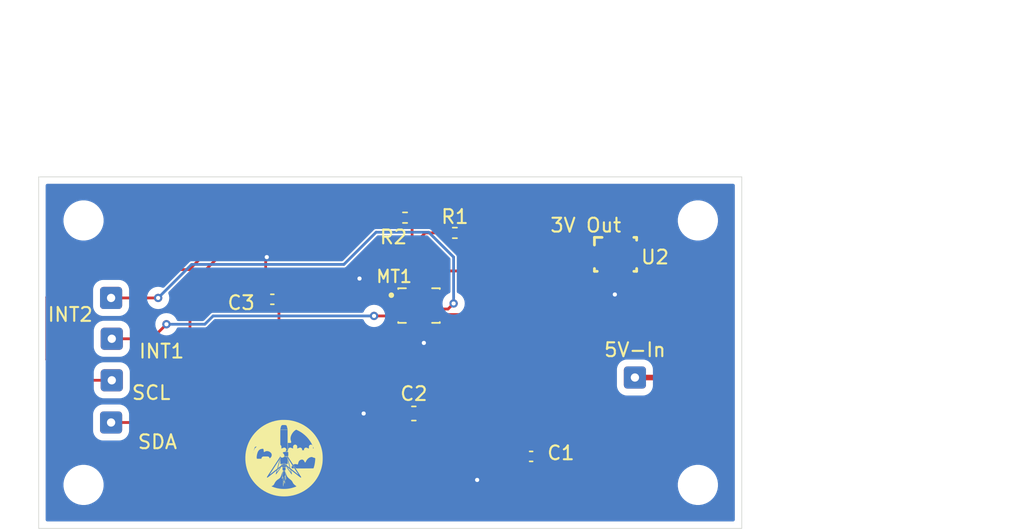
<source format=kicad_pcb>
(kicad_pcb (version 20240108) (generator "pcbnew") (generator_version "8.0")
  (title_block (title "6-axis IMU (ICM-42670-P)") (date "2024-11-04") (rev "V01") (company "Georgia Tech Propulsive Landers") (comment 1 "Author: Mihir Dasgupta"))
  (layers (0 "F.Cu" signal) (31 "B.Cu" signal) (34 "B.Paste" user) (35 "F.Paste" user) (36 "B.SilkS" user "B.Silkscreen") (37 "F.SilkS" user "F.Silkscreen") (38 "B.Mask" user) (39 "F.Mask" user) (44 "Edge.Cuts" user))
  (net 0 "")
  (net 1 "Net-(MT1-AP_SCL{slash}AP_SCLK)")
  (net 2 "Net-(MT1-AP_SDA{slash}AP_SDIO{slash}AP_SDI)")
  (net 3 "GND")
  (net 4 "unconnected-(R2-Pad2)")
  (net 6 "/INT2")
  (net 7 "/INT1")
  (net 11 "Net-(MT1-AP_CS)")
  (net 12 "+5V")
  (net 13 "SCL")
  (footprint "Resistor_SMD:R_0402_1005Metric" (layer "F.Cu") (at 88.49 29.45)
    (property "Reference" "R1" (at 0 -1.17 0) (layer "F.SilkS"))
    (property "Value" "10kΩ")
    (fp_line (start -0.153641 -0.38) (end 0.153641 -0.38) (stroke (width 0.12)) (layer "F.SilkS"))
    (fp_line (start -0.153641 0.38) (end 0.153641 0.38) (stroke (width 0.12)) (layer "F.SilkS"))
    (pad "1" smd roundrect (at -0.51 0) (size 0.54 0.64) (layers "F.Cu" "F.Paste" "F.Mask") (net 1 "Net-(MT1-AP_SCL{slash}AP_SCLK)"))
    (pad "2" smd roundrect (at 0.51 0) (size 0.54 0.64) (layers "F.Cu" "F.Paste" "F.Mask") (net 13 "SCL"))
  )
  (footprint "footprints:SIP0008A" (layer "F.Cu") (at 100.099998 31.000001)
    (property "Reference" "U2" (at 2.850002 0.199999 0) (layer "F.SilkS"))
    (property "Value" "TPS82698SIPR")
    (fp_line (start -1.525001 -1.224999) (end -0.975002 -1.224999) (stroke (width 0.2)) (layer "F.SilkS"))
    (fp_line (start -1.525001 -0.675) (end -1.525001 -1.224999) (stroke (width 0.2)) (layer "F.SilkS"))
    (fp_line (start -1.525001 1.224999) (end -1.525001 1.024999) (stroke (width 0.2)) (layer "F.SilkS"))
    (fp_line (start -1.525001 1.224999) (end -1.325001 1.224999) (stroke (width 0.2)) (layer "F.SilkS"))
    (fp_line (start 1.325001 -1.224999) (end 1.525001 -1.224999) (stroke (width 0.2)) (layer "F.SilkS"))
    (fp_line (start 1.325001 1.224999) (end 1.525001 1.224999) (stroke (width 0.2)) (layer "F.SilkS"))
    (fp_line (start 1.525001 -1.024999) (end 1.525001 -1.224999) (stroke (width 0.2)) (layer "F.SilkS"))
    (fp_line (start 1.525001 1.224999) (end 1.525001 1.024999) (stroke (width 0.2)) (layer "F.SilkS"))
    (fp_text user "3V Out" (at -2.149998 -2.100001 0) (layer "F.SilkS"))
    (pad "A1" smd circle (at -0.999998 -0.800001) (size 0.299999 0.299999) (layers "F.Cu" "F.Paste" "F.Mask") (net 11 "Net-(MT1-AP_CS)"))
    (pad "A2" smd circle (at 0 -0.800001) (size 0.299999 0.299999) (layers "F.Cu" "F.Paste" "F.Mask") (net 12 "+5V"))
    (pad "A3" smd circle (at 1.000001 -0.800001) (size 0.299999 0.299999) (layers "F.Cu" "F.Paste" "F.Mask") (net 12 "+5V"))
    (pad "B1" smd circle (at -0.999998 -0.000003) (size 0.299999 0.299999) (layers "F.Cu" "F.Paste" "F.Mask") (net 3 "GND"))
    (pad "B2" smd circle (at 0 0) (size 0.299999 0.299999) (layers "F.Cu" "F.Paste" "F.Mask") (net 12 "+5V"))
    (pad "C1" smd circle (at -0.999998 0.799998) (size 0.299999 0.299999) (layers "F.Cu" "F.Paste" "F.Mask") (net 3 "GND"))
    (pad "C2" smd circle (at 0 0.799998) (size 0.299999 0.299999) (layers "F.Cu" "F.Paste" "F.Mask") (net 3 "GND"))
    (pad "C3" smd circle (at 1.000001 0.799998) (size 0.299999 0.299999) (layers "F.Cu" "F.Paste" "F.Mask") (net 3 "GND"))
  )
  (footprint "Connector_Wire:SolderWire-0.1sqmm_1x01_D0.4mm_OD1mm" (layer "F.Cu") (at 101.5 39.9)
    (property "Reference" "5V-In" (at 0 -2 0) (layer "F.SilkS"))
    (property "Value" "SolderWire-0.1sqmm_1x01_D0.4mm_OD1mm" (hide yes))
    (pad "1" thru_hole roundrect (at 0 0) (size 1.6 1.6) (drill 0.6) (layers "*.Cu" "*.Mask") (roundrect_rratio 0.15625) (net 12 "+5V"))
  )
  (footprint "Connector_Wire:SolderWire-0.1sqmm_1x01_D0.4mm_OD1mm" (layer "F.Cu") (at 63.7 37.1)
    (property "Reference" "INT1" (at 3.6 0.9 0) (layer "F.SilkS"))
    (property "Value" "SolderWire-0.1sqmm_1x01_D0.4mm_OD1mm" (hide yes))
    (pad "1" thru_hole roundrect (at 0 0) (size 1.6 1.6) (drill 0.6) (layers "*.Cu" "*.Mask") (roundrect_rratio 0.15625) (net 7 "/INT1"))
  )
  (footprint "Connector_Wire:SolderWire-0.1sqmm_1x01_D0.4mm_OD1mm" (layer "F.Cu") (at 63.65 34.15)
    (property "Reference" "INT2" (at -2.95 1.2 0) (layer "F.SilkS"))
    (property "Value" "SolderWire-0.1sqmm_1x01_D0.4mm_OD1mm" (hide yes))
    (pad "1" thru_hole roundrect (at 0 0) (size 1.6 1.6) (drill 0.6) (layers "*.Cu" "*.Mask") (roundrect_rratio 0.15625) (net 6 "/INT2"))
  )
  (footprint "LOGO" (layer "F.Cu") (at 76.2 45.72)
    (property "Reference" "G***" (at 0 0 0) (layer "F.SilkS") (effects (font (size 1.5 1.5) (thickness 0.3))))
    (property "Value" "LOGO" (hide yes))
    (fp_poly (pts (xy -0.872067 2.053167) (xy -0.8763 2.0574) (xy -0.880534 2.053167) (xy -0.8763 2.048934)) (fill solid) (layer "F.SilkS"))
    (fp_poly (pts (xy -0.8382 1.9939) (xy -0.842434 1.998134) (xy -0.846667 1.9939) (xy -0.842434 1.989667)) (fill solid) (layer "F.SilkS"))
    (fp_poly (pts (xy -0.6096 1.6637) (xy -0.613834 1.667934) (xy -0.618067 1.6637) (xy -0.613834 1.659467)) (fill solid) (layer "F.SilkS"))
    (fp_poly (pts (xy -0.423334 1.519767) (xy -0.427567 1.524) (xy -0.4318 1.519767) (xy -0.427567 1.515534)) (fill solid) (layer "F.SilkS"))
    (fp_poly (pts (xy -0.270934 1.367367) (xy -0.275167 1.3716) (xy -0.2794 1.367367) (xy -0.275167 1.363134)) (fill solid) (layer "F.SilkS"))
    (fp_poly (pts (xy 0.558799 2.103967) (xy 0.554566 2.1082) (xy 0.550333 2.103967) (xy 0.554566 2.099734)) (fill solid) (layer "F.SilkS"))
    (fp_poly (pts (xy 0.567266 1.8161) (xy 0.563033 1.820334) (xy 0.558799 1.8161) (xy 0.563033 1.811867)) (fill solid) (layer "F.SilkS"))
    (fp_poly (pts (xy 0.651933 1.900767) (xy 0.647699 1.905) (xy 0.643466 1.900767) (xy 0.647699 1.896534)) (fill solid) (layer "F.SilkS"))
    (fp_poly (pts (xy 0.829733 2.0447) (xy 0.825499 2.048934) (xy 0.821266 2.0447) (xy 0.825499 2.040467)) (fill solid) (layer "F.SilkS"))
    (fp_poly (pts (xy 0.025954 -2.75761) (xy 0.115894 -2.754385) (xy 0.201207 -2.749535) (xy 0.277741 -2.743169) (xy 0.338666 -2.735793) (xy 0.559276 -2.694931) (xy 0.772613 -2.638835) (xy 0.978579 -2.567539) (xy 1.177072 -2.48108) (xy 1.367993 -2.379494) (xy 1.401233 -2.359793) (xy 1.579253 -2.242976) (xy 1.747397 -2.113174) (xy 1.904931 -1.971324) (xy 2.051122 -1.818362) (xy 2.185235 -1.655225) (xy 2.306536 -1.482851) (xy 2.414292 -1.302175) (xy 2.507768 -1.114134) (xy 2.58623 -0.919665) (xy 2.627398 -0.795012) (xy 2.663191 -0.667916) (xy 2.691288 -0.547107) (xy 2.712415 -0.427879) (xy 2.727298 -0.305525) (xy 2.73666 -0.175338) (xy 2.74073 -0.059266) (xy 2.741169 0.091272) (xy 2.735388 0.230406) (xy 2.722848 0.362683) (xy 2.70301 0.492649) (xy 2.675334 0.624853) (xy 2.645932 0.739874) (xy 2.582499 0.939641) (xy 2.503709 1.133297) (xy 2.410285 1.32004) (xy 2.302949 1.499072) (xy 2.182423 1.66959) (xy 2.049431 1.830796) (xy 1.904693 1.981889) (xy 1.748933 2.122068) (xy 1.582873 2.250533) (xy 1.407235 2.366484) (xy 1.222741 2.469121) (xy 1.030114 2.557642) (xy 0.991067 2.573428) (xy 0.79674 2.642622) (xy 0.601694 2.696569) (xy 0.404048 2.735578) (xy 0.201918 2.759955) (xy -0.006578 2.77001) (xy -0.194734 2.767341) (xy -0.40407 2.750741) (xy -0.609545 2.718253) (xy -0.81203 2.669646) (xy -1.012399 2.604692) (xy -1.211524 2.52316) (xy -1.320867 2.47115) (xy -1.506798 2.369225) (xy -1.683433 2.253561) (xy -1.851587 2.123578) (xy -1.942578 2.041433) (xy -0.956698 2.041433) (xy -0.949486 2.047008) (xy -0.931006 2.055562) (xy -0.916517 2.061141) (xy -0.889335 2.07128) (xy -0.866499 2.080362) (xy -0.859367 2.083455) (xy -0.831105 2.094944) (xy -0.792784 2.108351) (xy -0.747291 2.122885) (xy -0.697511 2.13776) (xy -0.646332 2.152187) (xy -0.596638 2.165376) (xy -0.551317 2.17654) (xy -0.513254 2.184889) (xy -0.485335 2.189636) (xy -0.470447 2.189991) (xy -0.469998 2.189842) (xy -0.455328 2.190332) (xy -0.451882 2.192536) (xy -0.43876 2.1977) (xy -0.4115 2.203478) (xy -0.372868 2.209502) (xy -0.325631 2.215402) (xy -0.272555 2.22081) (xy -0.216407 2.225357) (xy -0.194734 2.22679) (xy -0.065225 2.230493) (xy 0.072264 2.226548) (xy 0.210721 2.215178) (xy 0.228599 2.213146) (xy 0.280639 2.205967) (xy 0.341077 2.195977) (xy 0.401914 2.184576) (xy 0.448733 2.174645) (xy 0.500443 2.161978) (xy 0.555386 2.147001) (xy 0.611298 2.130496) (xy 0.665912 2.113243) (xy 0.716963 2.096023) (xy 0.762188 2.079618) (xy 0.799321 2.064808) (xy 0.826096 2.052375) (xy 0.840249 2.043099) (xy 0.841632 2.039171) (xy 0.832544 2.030706) (xy 0.813708 2.016422) (xy 0.794106 2.002756) (xy 0.768843 1.984187) (xy 0.736464 1.958207) (xy 0.702151 1.929043) (xy 0.68465 1.913466) (xy 0.652099 1.882819) (xy 0.628444 1.856786) (xy 0.60945 1.82967) (xy 0.590882 1.795775) (xy 0.578785 1.771069) (xy 0.555161 1.725323) (xy 0.529889 1.682416) (xy 0.505217 1.645754) (xy 0.483392 1.618745) (xy 0.470591 1.607109) (xy 0.456959 1.605081) (xy 0.454179 1.6063) (xy 0.450083 1.605745) (xy 0.451758 1.602156) (xy 0.449148 1.592073) (xy 0.43576 1.578015) (xy 0.429782 1.57345) (xy 0.406995 1.556747) (xy 0.387322 1.541455) (xy 0.385233 1.539733) (xy 0.370681 1.527858) (xy 0.347334 1.509098) (xy 0.31969 1.48706) (xy 0.313266 1.481962) (xy 0.280265 1.453162) (xy 0.246552 1.419519) (xy 0.2194 1.388293) (xy 0.219298 1.388162) (xy 0.199871 1.36497) (xy 0.18389 1.349248) (xy 0.174326 1.343847) (xy 0.173491 1.344213) (xy 0.170444 1.344484) (xy 0.172359 1.340415) (xy 0.171387 1.328533) (xy 0.163974 1.3081) (xy 0.965199 1.3081) (xy 0.969433 1.312333) (xy 0.973666 1.3081) (xy 0.969433 1.303867) (xy 0.965199 1.3081) (xy 0.163974 1.3081) (xy 0.163445 1.306643) (xy 0.150213 1.279294) (xy 0.148926 1.276915) (xy 0.135455 1.248341) (xy 0.119446 1.208386) (xy 0.112676 1.189567) (xy 0.533399 1.189567) (xy 0.537633 1.1938) (xy 0.541866 1.189567) (xy 0.537633 1.185333) (xy 0.533399 1.189567) (xy 0.112676 1.189567) (xy 0.102766 1.16202) (xy 0.087279 1.114213) (xy 0.085076 1.106895) (xy 0.069044 1.055497) (xy 0.053332 1.009628) (xy 0.038829 0.9715) (xy 0.026426 0.943328) (xy 0.017012 0.927329) (xy 0.011996 0.924981) (xy 0.012885 0.933851) (xy 0.017943 0.95439) (xy 0.026079 0.982174) (xy 0.02618 0.982497) (xy 0.05121 1.075161) (xy 0.071705 1.175947) (xy 0.084796 1.266407) (xy 0.088055 1.303901) (xy 0.090265 1.348031) (xy 0.091454 1.395548) (xy 0.09165 1.443203) (xy 0.090883 1.487747) (xy 0.089181 1.525931) (xy 0.086572 1.554506) (xy 0.083087 1.570225) (xy 0.082089 1.571757) (xy 0.073066 1.572998) (xy 0.065407 1.557598) (xy 0.059204 1.525805) (xy 0.056397 1.500918) (xy 0.052291 1.465752) (xy 0.046039 1.422147) (xy 0.038832 1.378264) (xy 0.037081 1.368537) (xy 0.029688 1.33214) (xy 0.023522 1.310389) (xy 0.018553 1.303565) (xy 0.014749 1.311951) (xy 0.01208 1.335826) (xy 0.010513 1.375475) (xy 0.010018 1.431177) (xy 0.010563 1.503215) (xy 0.012118 1.591871) (xy 0.01216 1.59385) (xy 0.01361 1.674642) (xy 0.014238 1.741184) (xy 0.01405 1.792914) (xy 0.013051 1.829269) (xy 0.011247 1.849684) (xy 0.009415 1.8542) (xy 0.005083 1.853418) (xy 0.001352 1.849145) (xy -0.002779 1.83849) (xy -0.008309 1.818562) (xy -0.016239 1.78647) (xy -0.021334 1.7653) (xy -0.029722 1.734191) (xy -0.038239 1.708784) (xy -0.045092 1.694408) (xy -0.045297 1.694149) (xy -0.052528 1.682759) (xy -0.052917 1.679332) (xy -0.050897 1.669399) (xy -0.0508 1.66624) (xy -0.054196 1.660821) (xy -0.059435 1.664715) (xy -0.063364 1.676404) (xy -0.068233 1.703931) (xy -0.073918 1.746231) (xy -0.080292 1.802243) (xy -0.087232 1.870903) (xy -0.094611 1.951148) (xy -0.098527 1.996481) (xy -0.102778 2.02892) (xy -0.108608 2.04497) (xy -0.112907 2.046582) (xy -0.115674 2.040437) (xy -0.118118 2.02333) (xy -0.120279 1.994315) (xy -0.122198 1.952448) (xy -0.123916 1.896783) (xy -0.125472 1.826374) (xy -0.126908 1.740277) (xy -0.127344 1.709568) (xy -0.128403 1.636062) (xy -0.129482 1.567949) (xy -0.130545 1.507067) (xy -0.131555 1.45525) (xy -0.132477 1.414335) (xy -0.133272 1.386157) (xy -0.133906 1.372553) (xy -0.134052 1.3716) (xy -0.138038 1.376159) (xy -0.146078 1.391983) (xy -0.15622 1.414506) (xy -0.166508 1.439162) (xy -0.174988 1.461386) (xy -0.179706 1.476611) (xy -0.180099 1.479186) (xy -0.186744 1.490757) (xy -0.19936 1.494331) (xy -0.208175 1.488934) (xy -0.210356 1.47484) (xy -0.209459 1.446629) (xy -0.208482 1.435841) (xy -0.192445 1.435841) (xy -0.191698 1.445192) (xy -0.18753 1.43939) (xy -0.179188 1.421566) (xy -0.16846 1.395548) (xy -0.168221 1.394938) (xy -0.152988 1.362205) (xy -0.139347 1.345215) (xy -0.127762 1.344257) (xy -0.118696 1.359624) (xy -0.117643 1.363134) (xy -0.116043 1.376937) (xy -0.114481 1.405269) (xy -0.113029 1.445726) (xy -0.111759 1.495902) (xy -0.110741 1.553392) (xy -0.110046 1.615793) (xy -0.110003 1.621367) (xy -0.108251 1.858434) (xy -0.096701 1.763079) (xy -0.091264 1.723123) (xy -0.08541 1.688154) (xy -0.079906 1.662358) (xy -0.076144 1.650895) (xy -0.064264 1.637475) (xy -0.055344 1.634067) (xy -0.046735 1.641439) (xy -0.035496 1.660512) (xy -0.023706 1.68672) (xy -0.01344 1.715496) (xy -0.007205 1.7399) (xy -0.006453 1.73654) (xy -0.006006 1.71828) (xy -0.005862 1.687151) (xy -0.006023 1.645184) (xy -0.00649 1.59441) (xy -0.007138 1.545167) (xy -0.007906 1.461682) (xy -0.007477 1.394901) (xy -0.005847 1.344633) (xy -0.003012 1.310691) (xy -0.00058 1.297517) (xy 0.008442 1.271684) (xy 0.017557 1.261407) (xy 0.026946 1.266951) (xy 0.036787 1.288581) (xy 0.047261 1.326562) (xy 0.058546 1.38116) (xy 0.059481 1.386208) (xy 0.076258 1.477434) (xy 0.072247 1.367367) (xy 0.06331 1.251459) (xy 0.04553 1.135245) (xy 0.020064 1.025818) (xy 0.012222 0.999012) (xy -0.010051 0.926405) (xy -0.053157 0.926752) (xy -0.096262 0.9271) (xy -0.107157 0.969433) (xy -0.116752 1.009221) (xy -0.127288 1.057159) (xy -0.138323 1.110762) (xy -0.149416 1.167546) (xy -0.160124 1.225025) (xy -0.170007 1.280712) (xy -0.178622 1.332123) (xy -0.185528 1.376771) (xy -0.190283 1.412173) (xy -0.192445 1.435841) (xy -0.208482 1.435841) (xy -0.20585 1.406767) (xy -0.199893 1.357718) (xy -0.191954 1.301946) (xy -0.182398 1.241914) (xy -0.171591 1.180087) (xy -0.159897 1.118928) (xy -0.147681 1.060903) (xy -0.139462 1.025315) (xy -0.13118 0.988961) (xy -0.125263 0.959048) (xy -0.122363 0.939155) (xy -0.122625 0.932887) (xy -0.126321 0.935775) (xy -0.127 0.942622) (xy -0.130607 0.954775) (xy -0.134311 0.956733) (xy -0.142431 0.964634) (xy -0.154864 0.987491) (xy -0.171067 1.024038) (xy -0.190499 1.07301) (xy -0.212617 1.133141) (xy -0.22522 1.169035) (xy -0.251013 1.242255) (xy -0.273389 1.301589) (xy -0.293854 1.349354) (xy -0.313915 1.387864) (xy -0.335078 1.419437) (xy -0.35885 1.446388) (xy -0.386735 1.471033) (xy -0.420242 1.495689) (xy -0.451061 1.516296) (xy -0.50787 1.554566) (xy -0.553121 1.588186) (xy -0.590331 1.620216) (xy -0.623019 1.653718) (xy -0.654703 1.69175) (xy -0.658768 1.696975) (xy -0.692014 1.742171) (xy -0.713919 1.776996) (xy -0.724198 1.800944) (xy -0.72376 1.812094) (xy -0.72444 1.818599) (xy -0.727944 1.818427) (xy -0.736044 1.824308) (xy -0.747425 1.841939) (xy -0.757451 1.862667) (xy -0.783256 1.912072) (xy -0.815267 1.950948) (xy -0.857516 1.98349) (xy -0.892811 2.003454) (xy -0.921803 2.018906) (xy -0.943927 2.03178) (xy -0.955679 2.039992) (xy -0.956698 2.041433) (xy -1.942578 2.041433) (xy -2.012076 1.978692) (xy -2.013797 1.977018) (xy -2.165282 1.818178) (xy -2.30211 1.650896) (xy -2.424232 1.475255) (xy -2.475586 1.387286) (xy -1.292857 1.387286) (xy -1.29187 1.390274) (xy -1.290029 1.392664) (xy -1.287891 1.395363) (xy -1.287133 1.396628) (xy -1.271307 1.410838) (xy -1.257919 1.413934) (xy -1.248093 1.409299) (xy -1.227031 1.395285) (xy -1.194522 1.371729) (xy -1.150352 1.338466) (xy -1.094311 1.295333) (xy -1.026185 1.242164) (xy -0.945764 1.178798) (xy -0.911419 1.151549) (xy -0.647339 1.151549) (xy -0.645859 1.167822) (xy -0.639506 1.175106) (xy -0.629341 1.175376) (xy -0.621319 1.168004) (xy -0.604915 1.148289) (xy -0.581335 1.117843) (xy -0.551788 1.078281) (xy -0.517481 1.031213) (xy -0.479621 0.978254) (xy -0.446613 0.931333) (xy -0.406809 0.874259) (xy -0.369892 0.821151) (xy -0.337037 0.773714) (xy -0.326253 0.75807) (xy -0.160867 0.75807) (xy -0.160142 0.798597) (xy -0.158175 0.83402) (xy -0.155276 0.860238) (xy -0.152188 0.872465) (xy -0.130975 0.894639) (xy -0.096372 0.908753) (xy -0.050268 0.914047) (xy -0.048817 0.914061) (xy -0.018525 0.912976) (xy 0.002107 0.907673) (xy 0.020241 0.895862) (xy 0.027383 0.889714) (xy 0.055033 0.865028) (xy 0.055033 0.764831) (xy 0.055033 0.669303) (xy 0.134501 0.669303) (xy 0.142803 0.683918) (xy 0.155191 0.701603) (xy 0.167181 0.718516) (xy 0.187339 0.747207) (xy 0.214177 0.785545) (xy 0.246204 0.8314) (xy 0.281932 0.882641) (xy 0.319871 0.937137) (xy 0.330555 0.9525) (xy 0.367596 1.005566) (xy 0.401792 1.054169) (xy 0.431885 1.096549) (xy 0.456615 1.130947) (xy 0.474723 1.155605) (xy 0.484951 1.168763) (xy 0.486517 1.170387) (xy 0.501132 1.176217) (xy 0.513753 1.16734) (xy 0.514637 1.166283) (xy 0.516608 1.155638) (xy 0.514033 1.133034) (xy 0.513471 1.1303) (xy 0.728133 1.1303) (xy 0.732366 1.134533) (xy 0.736599 1.1303) (xy 0.732366 1.126067) (xy 0.728133 1.1303) (xy 0.513471 1.1303) (xy 0.506685 1.09727) (xy 0.494341 1.047144) (xy 0.487486 1.02104) (xy 0.473389 0.969252) (xy 0.462139 0.931255) (xy 0.452694 0.904357) (xy 0.444012 0.885867) (xy 0.435053 0.873096) (xy 0.427262 0.865424) (xy 0.411248 0.85383) (xy 0.401469 0.850844) (xy 0.400472 0.851917) (xy 0.401628 0.862698) (xy 0.406655 0.886009) (xy 0.414691 0.918121) (xy 0.422227 0.945932) (xy 0.431495 0.980734) (xy 0.437911 1.008098) (xy 0.440796 1.024888) (xy 0.440077 1.028583) (xy 0.433698 1.020837) (xy 0.419039 1.001071) (xy 0.397461 0.971184) (xy 0.370329 0.933077) (xy 0.339003 0.888649) (xy 0.309989 0.84718) (xy 0.275751 0.798536) (xy 0.244052 0.75437) (xy 0.216351 0.716646) (xy 0.194106 0.687325) (xy 0.178777 0.668372) (xy 0.172347 0.661919) (xy 0.152417 0.657251) (xy 0.142733 0.658261) (xy 0.134814 0.661923) (xy 0.134501 0.669303) (xy 0.055033 0.669303) (xy 0.055033 0.664633) (xy -0.052917 0.662264) (xy -0.160867 0.659894) (xy -0.160867 0.75807) (xy -0.326253 0.75807) (xy -0.309422 0.733654) (xy -0.288222 0.702675) (xy -0.274612 0.682484) (xy -0.269966 0.675217) (xy -0.265912 0.662887) (xy -0.273647 0.662488) (xy -0.292999 0.673963) (xy -0.314688 0.690057) (xy -0.335669 0.710318) (xy -0.364554 0.74435) (xy -0.400684 0.791317) (xy -0.443397 0.850382) (xy -0.461506 0.87624) (xy -0.492842 0.921105) (xy -0.520847 0.960746) (xy -0.544129 0.993233) (xy -0.561298 1.016633) (xy -0.570963 1.029016) (xy -0.572558 1.030465) (xy -0.571572 1.021836) (xy -0.567021 1.000595) (xy -0.559739 0.970478) (xy -0.555068 0.952232) (xy -0.546732 0.918824) (xy -0.540785 0.892192) (xy -0.538039 0.876124) (xy -0.538153 0.873192) (xy -0.54579 0.875957) (xy -0.561078 0.886719) (xy -0.565303 0.890125) (xy -0.575646 0.90045) (xy -0.58469 0.914555) (xy -0.593582 0.935314) (xy -0.603471 0.965603) (xy -0.615503 1.008294) (xy -0.621581 1.031026) (xy -0.635295 1.084928) (xy -0.643849 1.12451) (xy -0.647339 1.151549) (xy -0.911419 1.151549) (xy -0.852834 1.105069) (xy -0.747185 1.020813) (xy -0.68032 0.967317) (xy -0.594752 0.898791) (xy -0.512365 0.832826) (xy -0.434204 0.770258) (xy -0.361317 0.711922) (xy -0.294746 0.658656) (xy -0.275758 0.643467) (xy -0.255779 0.643467) (xy -0.05423 0.643467) (xy 0.008078 0.643161) (xy 0.06005 0.642282) (xy 0.100189 0.64089) (xy 0.127 0.639045) (xy 0.138984 0.636805) (xy 0.139276 0.635797) (xy 0.129985 0.627944) (xy 0.110094 0.611739) (xy 0.082279 0.589342) (xy 0.049213 0.562914) (xy 0.039339 0.555055) (xy -0.003341 0.52222) (xy -0.03492 0.500377) (xy -0.054989 0.489789) (xy -0.062261 0.489407) (xy -0.072166 0.497192) (xy -0.09258 0.51338) (xy -0.12078 0.535807) (xy -0.154044 0.56231) (xy -0.163873 0.570149) (xy -0.255779 0.643467) (xy -0.275758 0.643467) (xy -0.235539 0.611294) (xy -0.18474 0.570674) (xy -0.143394 0.537632) (xy -0.112547 0.513003) (xy -0.093244 0.497625) (xy -0.087643 0.49319) (xy -0.052612 0.465679) (xy 0.539841 0.939806) (xy 0.627426 1.009755) (xy 0.711463 1.076592) (xy 0.790985 1.139565) (xy 0.865026 1.19792) (xy 0.93262 1.250906) (xy 0.992801 1.29777) (xy 1.044604 1.33776) (xy 1.087061 1.370123) (xy 1.119207 1.394108) (xy 1.140076 1.408961) (xy 1.148654 1.413934) (xy 1.170077 1.407318) (xy 1.183489 1.391009) (xy 1.185333 1.381253) (xy 1.180894 1.370264) (xy 1.168627 1.34787) (xy 1.150108 1.316749) (xy 1.126914 1.279579) (xy 1.110329 1.25383) (xy 1.055335 1.16944) (xy 0.992771 1.073396) (xy 0.924295 0.968246) (xy 0.851565 0.856534) (xy 0.776238 0.740808) (xy 0.69997 0.623612) (xy 0.624419 0.507494) (xy 0.600765 0.47113) (xy 0.618066 0.47113) (xy 0.622465 0.479214) (xy 0.634457 0.498616) (xy 0.652236 0.526567) (xy 0.673995 0.560298) (xy 0.697926 0.597044) (xy 0.722223 0.634034) (xy 0.745079 0.668503) (xy 0.764687 0.697682) (xy 0.779241 0.718803) (xy 0.784462 0.726017) (xy 0.798066 0.742544) (xy 0.808316 0.752514) (xy 0.812587 0.753872) (xy 0.808356 0.744727) (xy 0.81036 0.739789) (xy 0.826907 0.742611) (xy 0.839583 0.743821) (xy 0.867242 0.744865) (xy 0.908254 0.745747) (xy 0.960992 0.746472) (xy 1.023828 0.747044) (xy 1.095134 0.747467) (xy 1.173283 0.747744) (xy 1.256645 0.747882) (xy 1.343594 0.747883) (xy 1.432501 0.747752) (xy 1.521739 0.747494) (xy 1.609679 0.747112) (xy 1.694694 0.746611) (xy 1.775155 0.745995) (xy 1.849436 0.745268) (xy 1.915907 0.744435) (xy 1.972942 0.7435) (xy 2.018911 0.742466) (xy 2.052188 0.74134) (xy 2.071144 0.740124) (xy 2.074973 0.739346) (xy 2.080375 0.728148) (xy 2.088926 0.703746) (xy 2.099701 0.669374) (xy 2.111775 0.628265) (xy 2.124223 0.583651) (xy 2.136121 0.538765) (xy 2.146543 0.49684) (xy 2.154541 0.461222) (xy 2.177202 0.330711) (xy 2.192958 0.194661) (xy 2.198125 0.122502) (xy 2.203716 0.020637) (xy 2.158074 -0.010768) (xy 2.089176 -0.048616) (xy 2.017016 -0.070384) (xy 1.943063 -0.076251) (xy 1.868782 -0.066396) (xy 1.795642 -0.040999) (xy 1.72511 -0.000238) (xy 1.665028 0.049478) (xy 1.618478 0.100731) (xy 1.57464 0.162984) (xy 1.53163 0.238961) (xy 1.524775 0.252424) (xy 1.503711 0.291408) (xy 1.486469 0.314443) (xy 1.471175 0.321528) (xy 1.455957 0.312662) (xy 1.438943 0.287844) (xy 1.420781 0.252358) (xy 1.387275 0.193005) (xy 1.351013 0.149833) (xy 1.311 0.122179) (xy 1.266238 0.109383) (xy 1.215731 0.110781) (xy 1.209203 0.111877) (xy 1.143005 0.130246) (xy 1.087956 0.159773) (xy 1.043246 0.201343) (xy 1.008061 0.255837) (xy 0.98159 0.324139) (xy 0.969448 0.372613) (xy 0.959838 0.409527) (xy 0.948726 0.438288) (xy 0.939379 0.452856) (xy 0.928742 0.462445) (xy 0.918769 0.465421) (xy 0.903731 0.461871) (xy 0.882526 0.453723) (xy 0.816573 0.436439) (xy 0.747046 0.435061) (xy 0.677694 0.449206) (xy 0.64895 0.458665) (xy 0.627803 0.466361) (xy 0.618252 0.470826) (xy 0.618066 0.47113) (xy 0.600765 0.47113) (xy 0.551242 0.394999) (xy 0.482096 0.288673) (xy 0.437535 0.220134) (xy 0.393792 0.152942) (xy 0.35254 0.089765) (xy 0.314761 0.032094) (xy 0.281441 -0.018576) (xy 0.253562 -0.060752) (xy 0.232108 -0.092943) (xy 0.218064 -0.113653) (xy 0.212742 -0.121051) (xy 0.194305 -0.133264) (xy 0.174462 -0.133425) (xy 0.159072 -0.1227) (xy 0.154093 -0.109392) (xy 0.154106 -0.104596) (xy 0.155538 -0.098233) (xy 0.158972 -0.089373) (xy 0.16499 -0.077084) (xy 0.174173 -0.060434) (xy 0.187104 -0.038492) (xy 0.204364 -0.010325) (xy 0.226536 0.024998) (xy 0.254201 0.068408) (xy 0.287942 0.120837) (xy 0.328341 0.183217) (xy 0.375979 0.25648) (xy 0.431439 0.341557) (xy 0.495302 0.43938) (xy 0.531833 0.4953) (xy 0.54489 0.515309) (xy 0.565966 0.547641) (xy 0.593845 0.590427) (xy 0.62731 0.641798) (xy 0.665141 0.699884) (xy 0.706124 0.762817) (xy 0.749038 0.828728) (xy 0.766229 0.855133) (xy 0.808499 0.920058) (xy 0.84841 0.981349) (xy 0.884902 1.037381) (xy 0.916916 1.086525) (xy 0.943391 1.127157) (xy 0.963269 1.15765) (xy 0.97549 1.176376) (xy 0.978368 1.180773) (xy 0.986484 1.19545) (xy 0.985371 1.199743) (xy 0.983357 1.198772) (xy 0.975036 1.192446) (xy 0.954564 1.176366) (xy 0.922998 1.151374) (xy 0.881397 1.118313) (xy 0.830816 1.078026) (xy 0.772314 1.031356) (xy 0.706947 0.979144) (xy 0.635772 0.922235) (xy 0.559847 0.861469) (xy 0.48054 0.797942) (xy 0.400671 0.734013) (xy 0.324274 0.673017) (xy 0.252433 0.615808) (xy 0.186231 0.563241) (xy 0.16457 0.5461) (xy 0.194733 0.5461) (xy 0.198966 0.550333) (xy 0.203199 0.5461) (xy 0.198966 0.541867) (xy 0.194733 0.5461) (xy 0.16457 0.5461) (xy 0.12675 0.516172) (xy 0.075074 0.475456) (xy 0.052574 0.457836) (xy 0.080433 0.457836) (xy 0.114299 0.487025) (xy 0.133613 0.503379) (xy 0.146841 0.514028) (xy 0.150283 0.516341) (xy 0.151682 0.508975) (xy 0.152381 0.490701) (xy 0.152399 0.486833) (xy 0.151503 0.468266) (xy 0.145652 0.45978) (xy 0.130108 0.457517) (xy 0.116416 0.457518) (xy 0.080433 0.457836) (xy 0.052574 0.457836) (xy 0.032285 0.441948) (xy -0.000533 0.416503) (xy -0.022298 0.399978) (xy -0.031854 0.393263) (xy -0.052192 0.386867) (xy -0.066671 0.387562) (xy -0.075339 0.39358) (xy -0.096157 0.409379) (xy -0.128076 0.434129) (xy -0.170049 0.467004) (xy -0.221026 0.507175) (xy -0.27996 0.553814) (xy -0.345801 0.606093) (xy -0.417503 0.663183) (xy -0.494016 0.724256) (xy -0.574292 0.788484) (xy -0.5842 0.796422) (xy -0.66454 0.860732) (xy -0.740997 0.921817) (xy -0.812554 0.97887) (xy -0.878191 1.031084) (xy -0.936888 1.077652) (xy -0.987628 1.117767) (xy -1.029389 1.150621) (xy -1.061154 1.175408) (xy -1.081903 1.191321) (xy -1.090617 1.197551) (xy -1.090821 1.197604) (xy -1.086725 1.190315) (xy -1.074019 1.169846) (xy -1.053346 1.137199) (xy -1.025351 1.093374) (xy -0.990679 1.03937) (xy -0.949974 0.976189) (xy -0.903881 0.90483) (xy -0.853045 0.826296) (xy -0.802666 0.748612) (xy -0.544593 0.748612) (xy -0.518261 0.727789) (xy -0.500119 0.711224) (xy -0.488615 0.696639) (xy -0.487533 0.694267) (xy -0.484371 0.683279) (xy -0.477419 0.657939) (xy -0.46722 0.620261) (xy -0.454316 0.572265) (xy -0.439251 0.515965) (xy -0.431565 0.487131) (xy -0.262467 0.487131) (xy -0.261249 0.504075) (xy -0.256029 0.510827) (xy -0.244455 0.507018) (xy -0.22418 0.492282) (xy -0.207434 0.478523) (xy -0.182034 0.457284) (xy -0.22225 0.457242) (xy -0.262467 0.4572) (xy -0.262467 0.487131) (xy -0.431565 0.487131) (xy -0.422567 0.453378) (xy -0.414581 0.423333) (xy -0.321734 0.423333) (xy -0.230717 0.422989) (xy -0.190175 0.422626) (xy -0.162571 0.421339) (xy -0.143908 0.418285) (xy -0.130191 0.412621) (xy -0.117423 0.403502) (xy -0.110387 0.397589) (xy -0.077865 0.377297) (xy -0.045853 0.373472) (xy -0.012576 0.386119) (xy 0.004233 0.397934) (xy 0.019449 0.409366) (xy 0.033261 0.416725) (xy 0.04989 0.420906) (xy 0.073553 0.422805) (xy 0.108472 0.423316) (xy 0.12393 0.423333) (xy 0.211666 0.423333) (xy 0.211666 0.227966) (xy 0.211666 0.16242) (xy 0.229883 0.16242) (xy 0.230384 0.18401) (xy 0.23233 0.206251) (xy 0.236184 0.231584) (xy 0.242408 0.262451) (xy 0.251465 0.301293) (xy 0.263817 0.350553) (xy 0.279927 0.412672) (xy 0.288098 0.44384) (xy 0.306009 0.511699) (xy 0.320425 0.565124) (xy 0.332021 0.606092) (xy 0.341478 0.636581) (xy 0.349473 0.658568) (xy 0.356685 0.67403) (xy 0.363793 0.684944) (xy 0.371475 0.693286) (xy 0.374702 0.696208) (xy 0.391535 0.709965) (xy 0.402118 0.716783) (xy 0.403523 0.716899) (xy 0.401951 0.708469) (xy 0.396444 0.685435) (xy 0.392424 0.669387) (xy 0.489784 0.669387) (xy 0.49146 0.702925) (xy 0.504977 0.724605) (xy 0.523662 0.733158) (xy 0.543532 0.737853) (xy 0.554566 0.740906) (xy 0.572211 0.743587) (xy 0.598257 0.744286) (xy 0.626045 0.743217) (xy 0.648915 0.740595) (xy 0.659184 0.737531) (xy 0.66195 0.731209) (xy 0.658113 0.718251) (xy 0.64671 0.696743) (xy 0.626781 0.664771) (xy 0.609271 0.638177) (xy 0.586163 0.603597) (xy 0.566539 0.574369) (xy 0.552252 0.553244) (xy 0.545154 0.54297) (xy 0.544782 0.542485) (xy 0.537613 0.544289) (xy 0.527089 0.55915) (xy 0.514912 0.583966) (xy 0.502783 0.615633) (xy 0.499987 0.624166) (xy 0.489784 0.669387) (xy 0.392424 0.669387) (xy 0.387454 0.64955) (xy 0.375429 0.602568) (xy 0.36082 0.54624) (xy 0.344075 0.48232) (xy 0.325646 0.41256) (xy 0.319386 0.388991) (xy 0.232833 0.0635) (xy 0.230365 0.13904) (xy 0.229883 0.16242) (xy 0.211666 0.16242) (xy 0.211666 0.032599) (xy 0.173566 -0.026298) (xy 0.155974 -0.054425) (xy 0.142682 -0.077453) (xy 0.135901 -0.091489) (xy 0.135466 -0.093397) (xy 0.127227 -0.096172) (xy 0.103408 -0.098409) (xy 0.065355 -0.100051) (xy 0.014414 -0.101039) (xy -0.048069 -0.101316) (xy -0.048684 -0.101315) (xy -0.232834 -0.10103) (xy -0.277139 -0.031465) (xy -0.321444 0.0381) (xy -0.321589 0.230717) (xy -0.321734 0.423333) (xy -0.414581 0.423333) (xy -0.410644 0.408523) (xy -0.385537 0.312651) (xy -0.365343 0.232643) (xy -0.349993 0.168179) (xy -0.339419 0.118937) (xy -0.333551 0.084599) (xy -0.33232 0.064844) (xy -0.335069 0.059267) (xy -0.341267 0.065673) (xy -0.353026 0.081854) (xy -0.359149 0.091017) (xy -0.365598 0.105678) (xy -0.375671 0.134678) (xy -0.388784 0.175955) (xy -0.404353 0.227446) (xy -0.421792 0.28709) (xy -0.440516 0.352823) (xy -0.459941 0.422584) (xy -0.479482 0.494309) (xy -0.498553 0.565937) (xy -0.516571 0.635405) (xy -0.532949 0.700651) (xy -0.538536 0.723556) (xy -0.544593 0.748612) (xy -0.802666 0.748612) (xy -0.798109 0.741585) (xy -0.73972 0.651698) (xy -0.678522 0.557636) (xy -0.673837 0.550443) (xy -0.612351 0.455912) (xy -0.553576 0.365328) (xy -0.498161 0.279708) (xy -0.446759 0.200069) (xy -0.400022 0.127426) (xy -0.358599 0.062796) (xy -0.323144 0.007195) (xy -0.294307 -0.038359) (xy -0.272739 -0.072851) (xy -0.259093 -0.095264) (xy -0.254018 -0.104582) (xy -0.254 -0.104705) (xy -0.261461 -0.122177) (xy -0.279956 -0.133514) (xy -0.292958 -0.135466) (xy -0.300379 -0.132915) (xy -0.31047 -0.124329) (xy -0.324275 -0.108313) (xy -0.342838 -0.08347) (xy -0.367202 -0.048405) (xy -0.398412 -0.001721) (xy -0.436973 0.05715) (xy -0.463006 0.09713) (xy -0.497172 0.14958) (xy -0.538356 0.212785) (xy -0.585439 0.285032) (xy -0.637305 0.364608) (xy -0.692836 0.449798) (xy -0.750916 0.538889) (xy -0.810428 0.630167) (xy -0.870255 0.721919) (xy -0.904674 0.7747) (xy -0.974206 0.8813) (xy -1.035075 0.974603) (xy -1.08784 1.055517) (xy -1.133058 1.124949) (xy -1.171286 1.183806) (xy -1.203083 1.232995) (xy -1.229007 1.273422) (xy -1.249614 1.305996) (xy -1.265463 1.331621) (xy -1.277112 1.351207) (xy -1.285118 1.365659) (xy -1.290039 1.375885) (xy -1.292433 1.382792) (xy -1.292857 1.387286) (xy -2.475586 1.387286) (xy -2.531596 1.29134) (xy -2.624152 1.099234) (xy -2.701851 0.899023) (xy -2.746323 0.757767) (xy -2.796471 0.552541) (xy -2.83032 0.34505) (xy -2.848061 0.136334) (xy -2.849053 0.022794) (xy -2.308615 0.022794) (xy -2.307595 0.040264) (xy -2.306795 0.042935) (xy -2.297299 0.044623) (xy -2.271403 0.046059) (xy -2.229638 0.04724) (xy -2.172535 0.048159) (xy -2.100627 0.048811) (xy -2.014445 0.049191) (xy -1.914519 0.049293) (xy -1.801382 0.049112) (xy -1.724479 0.048854) (xy -1.147234 0.046567) (xy -1.108494 0.027476) (xy -1.048004 -0.011117) (xy -0.999396 -0.060939) (xy -0.971707 -0.104695) (xy -0.956911 -0.136404) (xy -0.948735 -0.163786) (xy -0.9453 -0.194884) (xy -0.944722 -0.220133) (xy -0.945676 -0.257758) (xy -0.949567 -0.282623) (xy -0.355929 -0.282623) (xy -0.355682 -0.239288) (xy -0.354608 -0.19989) (xy -0.35269 -0.167851) (xy -0.349908 -0.146592) (xy -0.347084 -0.139669) (xy -0.334072 -0.138801) (xy -0.313354 -0.143576) (xy -0.310134 -0.144688) (xy -0.288223 -0.150498) (xy -0.272158 -0.14736) (xy -0.261733 -0.140985) (xy -0.253017 -0.136333) (xy -0.240425 -0.132817) (xy -0.221714 -0.130286) (xy -0.19464 -0.128591) (xy -0.156961 -0.127579) (xy -0.106432 -0.127101) (xy -0.053836 -0.127) (xy 0.008975 -0.127154) (xy 0.057185 -0.12772) (xy 0.093122 -0.128859) (xy 0.119117 -0.130729) (xy 0.137499 -0.133489) (xy 0.150598 -0.137297) (xy 0.159422 -0.141536) (xy 0.178995 -0.150681) (xy 0.194195 -0.150062) (xy 0.206386 -0.144493) (xy 0.224515 -0.137416) (xy 0.237499 -0.14102) (xy 0.241011 -0.143694) (xy 0.246125 -0.150765) (xy 0.249747 -0.163795) (xy 0.252108 -0.185287) (xy 0.253436 -0.217745) (xy 0.253962 -0.263673) (xy 0.253999 -0.285226) (xy 0.253441 -0.333547) (xy 0.25189 -0.375626) (xy 0.249535 -0.408321) (xy 0.246561 -0.428489) (xy 0.245235 -0.432356) (xy 0.242204 -0.436776) (xy 0.237191 -0.440321) (xy 0.228462 -0.443087) (xy 0.214285 -0.445171) (xy 0.192928 -0.446668) (xy 0.162659 -0.447675) (xy 0.121744 -0.448289) (xy 0.068452 -0.448605) (xy 0.00105 -0.44872) (xy -0.049405 -0.448733) (xy -0.133159 -0.448558) (xy -0.201155 -0.448006) (xy -0.254565 -0.447036) (xy -0.294559 -0.445608) (xy -0.32231 -0.443683) (xy -0.338989 -0.44122) (xy -0.345441 -0.438573) (xy -0.349039 -0.426887) (xy -0.351906 -0.402027) (xy -0.354023 -0.367415) (xy -0.35537 -0.326473) (xy -0.355929 -0.282623) (xy -0.949567 -0.282623) (xy -0.950047 -0.28569) (xy -0.959319 -0.311056) (xy -0.966765 -0.325966) (xy -1.00542 -0.381428) (xy -1.057183 -0.428491) (xy -1.119663 -0.465584) (xy -1.190473 -0.491135) (xy -1.230421 -0.499438) (xy -1.301064 -0.504017) (xy -1.365847 -0.49377) (xy -1.428259 -0.46799) (xy -1.450853 -0.454748) (xy -1.477207 -0.439705) (xy -1.495968 -0.434191) (xy -1.508624 -0.439729) (xy -1.516663 -0.457842) (xy -1.521574 -0.490056) (xy -1.524422 -0.53005) (xy -1.527442 -0.572171) (xy -1.531807 -0.60279) (xy -1.538758 -0.627335) (xy -1.549536 -0.651237) (xy -1.554056 -0.659747) (xy -1.589441 -0.707368) (xy -1.639706 -0.74822) (xy -1.704038 -0.781903) (xy -1.781627 -0.808017) (xy -1.871662 -0.826162) (xy -1.89865 -0.829719) (xy -1.955133 -0.832834) (xy -2.017567 -0.830539) (xy -2.078255 -0.823398) (xy -2.125815 -0.813066) (xy -2.138422 -0.808891) (xy -2.148067 -0.802927) (xy -2.156381 -0.792369) (xy -2.164992 -0.774411) (xy -2.175531 -0.746246) (xy -2.189627 -0.70507) (xy -2.191131 -0.700615) (xy -2.238299 -0.541671) (xy -2.273258 -0.381866) (xy -2.282088 -0.328372) (xy -2.28694 -0.291517) (xy -2.291747 -0.246738) (xy -2.296311 -0.19699) (xy -2.300437 -0.14523) (xy -2.303927 -0.094416) (xy -2.306584 -0.047503) (xy -2.308212 -0.007447) (xy -2.308615 0.022794) (xy -2.849053 0.022794) (xy -2.849886 -0.072566) (xy -2.835986 -0.280609) (xy -2.806552 -0.486754) (xy -2.761777 -0.689961) (xy -2.701852 -0.889188) (xy -2.626968 -1.083395) (xy -2.54612 -1.253066) (xy -0.321734 -1.253066) (xy -0.321734 -0.474133) (xy -0.059267 -0.474133) (xy 0.203199 -0.474133) (xy 0.203199 -1.098244) (xy 0.220133 -1.098244) (xy 0.220133 -0.832755) (xy 0.220133 -0.567266) (xy 1.173306 -0.567266) (xy 2.126478 -0.567266) (xy 2.120475 -0.594783) (xy 2.112015 -0.626287) (xy 2.098229 -0.669409) (xy 2.080545 -0.720238) (xy 2.06039 -0.774864) (xy 2.039193 -0.829375) (xy 2.018381 -0.879862) (xy 2.006498 -0.906983) (xy 1.920982 -1.076079) (xy 1.820757 -1.237487) (xy 1.706654 -1.39024) (xy 1.579506 -1.53337) (xy 1.440146 -1.665909) (xy 1.289407 -1.786889) (xy 1.189566 -1.856347) (xy 1.154505 -1.878413) (xy 1.112295 -1.903448) (xy 1.065494 -1.930095) (xy 1.016663 -1.956998) (xy 0.96836 -1.9828) (xy 0.923145 -2.006147) (xy 0.883577 -2.02568) (xy 0.852216 -2.040045) (xy 0.831621 -2.047884) (xy 0.826149 -2.048933) (xy 0.811741 -2.043766) (xy 0.787829 -2.029792) (xy 0.757697 -2.009306) (xy 0.724627 -1.984601) (xy 0.691904 -1.957969) (xy 0.676307 -1.944293) (xy 0.610583 -1.876326) (xy 0.550491 -1.797524) (xy 0.498613 -1.71212) (xy 0.457532 -1.624345) (xy 0.430642 -1.541746) (xy 0.416637 -1.451542) (xy 0.418082 -1.359472) (xy 0.434793 -1.26967) (xy 0.443928 -1.240366) (xy 0.457958 -1.197282) (xy 0.465203 -1.166344) (xy 0.46566 -1.144183) (xy 0.459326 -1.127432) (xy 0.446197 -1.112721) (xy 0.443818 -1.110633) (xy 0.432822 -1.101885) (xy 0.421737 -1.09621) (xy 0.407001 -1.093133) (xy 0.385051 -1.09218) (xy 0.352322 -1.092874) (xy 0.319993 -1.094131) (xy 0.220133 -1.098244) (xy 0.203199 -1.098244) (xy 0.203199 -1.253066) (xy 0.203199 -2.032) (xy -0.059267 -2.032) (xy -0.321734 -2.032) (xy -0.321734 -1.253066) (xy -2.54612 -1.253066) (xy -2.537317 -1.271541) (xy -2.433091 -1.452584) (xy -2.31448 -1.625485) (xy -2.305572 -1.637352) (xy -2.165997 -1.808467) (xy -2.015708 -1.966649) (xy -1.924629 -2.048933) (xy -0.32789 -2.048933) (xy -0.058977 -2.048933) (xy 0.209936 -2.048933) (xy 0.194822 -2.110316) (xy 0.185423 -2.148863) (xy 0.174304 -2.195003) (xy 0.163607 -2.239842) (xy 0.161831 -2.247343) (xy 0.149541 -2.293254) (xy 0.135629 -2.327998) (xy 0.117667 -2.353099) (xy 0.093226 -2.37008) (xy 0.059876 -2.380464) (xy 0.015187 -2.385774) (xy -0.043269 -2.387535) (xy -0.061828 -2.3876) (xy -0.110341 -2.387408) (xy -0.145153 -2.386559) (xy -0.169495 -2.384641) (xy -0.186598 -2.381246) (xy -0.199691 -2.375961) (xy -0.211753 -2.36855) (xy -0.23083 -2.354031) (xy -0.246042 -2.337786) (xy -0.258666 -2.317023) (xy -0.269974 -2.288951) (xy -0.281241 -2.250777) (xy -0.293742 -2.199709) (xy -0.298695 -2.17805) (xy -0.32789 -2.048933) (xy -1.924629 -2.048933) (xy -1.855302 -2.111566) (xy -1.685373 -2.242889) (xy -1.50652 -2.360286) (xy -1.319338 -2.463426) (xy -1.124423 -2.551978) (xy -0.922372 -2.625612) (xy -0.713781 -2.683995) (xy -0.499246 -2.726798) (xy -0.297062 -2.752138) (xy -0.230122 -2.756475) (xy -0.151205 -2.758762) (xy -0.064463 -2.759105)) (fill solid) (layer "F.SilkS"))
  )
  (footprint "Connector_Wire:SolderWire-0.1sqmm_1x01_D0.4mm_OD1mm" (layer "F.Cu") (at 63.65 43.15)
    (property "Reference" "SDA" (at 3.35 1.4 0) (layer "F.SilkS"))
    (property "Value" "SolderWire-0.1sqmm_1x01_D0.4mm_OD1mm" (hide yes))
    (pad "1" thru_hole roundrect (at 0 0) (size 1.6 1.6) (drill 0.6) (layers "*.Cu" "*.Mask") (roundrect_rratio 0.15625) (net 4 "unconnected-(R2-Pad2)"))
  )
  (footprint "Capacitor_SMD:C_0603_1608Metric" (layer "F.Cu") (at 85.525 42.5)
    (property "Reference" "C2" (at 0 -1.43 0) (layer "F.SilkS"))
    (property "Value" "2.2µF")
    (fp_line (start -0.14058 -0.51) (end 0.14058 -0.51) (stroke (width 0.12)) (layer "F.SilkS"))
    (fp_line (start -0.14058 0.51) (end 0.14058 0.51) (stroke (width 0.12)) (layer "F.SilkS"))
    (pad "1" smd roundrect (at -0.775 0) (size 0.9 0.95) (layers "F.Cu" "F.Paste" "F.Mask") (net 3 "GND"))
    (pad "2" smd roundrect (at 0.775 0) (size 0.9 0.95) (layers "F.Cu" "F.Paste" "F.Mask") (net 11 "Net-(MT1-AP_CS)"))
  )
  (footprint "6-axisIMU_footprints:XDCR_ICM-42670-P" (layer "F.Cu") (at 85.9 34.7)
    (property "Reference" "MT1" (at -1.8 -2.1 0) (layer "F.SilkS") (effects (font (size 0.894 0.894))))
    (property "Value" "ICM-42670-P")
    (fp_line (start -1.5 -1.25) (end -0.945 -1.25) (stroke (width 0.127)) (layer "F.SilkS"))
    (fp_line (start -1.5 -1.195) (end -1.5 -1.25) (stroke (width 0.127)) (layer "F.SilkS"))
    (fp_line (start -1.5 1.25) (end -1.5 1.195) (stroke (width 0.127)) (layer "F.SilkS"))
    (fp_line (start -0.945 1.25) (end -1.5 1.25) (stroke (width 0.127)) (layer "F.SilkS"))
    (fp_line (start 0.945 -1.25) (end 1.5 -1.25) (stroke (width 0.127)) (layer "F.SilkS"))
    (fp_line (start 1.5 -1.25) (end 1.5 -1.195) (stroke (width 0.127)) (layer "F.SilkS"))
    (fp_line (start 1.5 1.25) (end 0.945 1.25) (stroke (width 0.127)) (layer "F.SilkS"))
    (fp_line (start 1.5 1.25) (end 1.5 1.195) (stroke (width 0.127)) (layer "F.SilkS"))
    (fp_circle (center -2 -0.75) (end -1.9 -0.75) (stroke (width 0.2)) (fill none) (layer "F.SilkS"))
    (pad "1" smd rect (at -1.1625 -0.75) (size 0.475 0.25) (layers "F.Cu") (net 3 "GND"))
    (pad "2" smd rect (at -1.1625 -0.25) (size 0.475 0.25) (layers "F.Cu"))
    (pad "3" smd rect (at -1.1625 0.25) (size 0.475 0.25) (layers "F.Cu"))
    (pad "4" smd rect (at -1.1625 0.75) (size 0.475 0.25) (layers "F.Cu") (net 7 "/INT1"))
    (pad "5" smd rect (at -0.5 0.9125) (size 0.25 0.475) (layers "F.Cu") (net 11 "Net-(MT1-AP_CS)"))
    (pad "6" smd rect (at 0 0.9125) (size 0.25 0.475) (layers "F.Cu") (net 3 "GND"))
    (pad "7" smd rect (at 0.5 0.9125) (size 0.25 0.475) (layers "F.Cu") (net 3 "GND"))
    (pad "8" smd rect (at 1.1625 0.75) (size 0.475 0.25) (layers "F.Cu") (net 11 "Net-(MT1-AP_CS)"))
    (pad "9" smd rect (at 1.1625 0.25) (size 0.475 0.25) (layers "F.Cu") (net 6 "/INT2"))
    (pad "10" smd rect (at 1.1625 -0.25) (size 0.475 0.25) (layers "F.Cu"))
    (pad "11" smd rect (at 1.1625 -0.75) (size 0.475 0.25) (layers "F.Cu"))
    (pad "12" smd rect (at 0.5 -0.9125) (size 0.25 0.475) (layers "F.Cu") (net 11 "Net-(MT1-AP_CS)"))
    (pad "13" smd rect (at 0 -0.9125) (size 0.25 0.475) (layers "F.Cu") (net 1 "Net-(MT1-AP_SCL{slash}AP_SCLK)"))
    (pad "14" smd rect (at -0.5 -0.9125) (size 0.25 0.475) (layers "F.Cu") (net 2 "Net-(MT1-AP_SDA{slash}AP_SDIO{slash}AP_SDI)"))
  )
  (footprint "MountingHole:MountingHole_2.5mm" (layer "F.Cu") (at 61.66 47.66)
    (property "Reference" "REF**" (hide yes))
    (property "Value" "MountingHole_2.5mm" (hide yes))
    (pad "" np_thru_hole circle (at 0 0) (size 2.5 2.5) (drill 2.5) (layers "*.Cu" "*.Mask"))
  )
  (footprint "MountingHole:MountingHole_2.5mm" (layer "F.Cu") (at 106.05 47.66)
    (property "Reference" "REF**" (hide yes))
    (property "Value" "MountingHole_2.5mm" (hide yes))
    (pad "" np_thru_hole circle (at 0 0) (size 2.5 2.5) (drill 2.5) (layers "F&B.Cu" "*.Mask"))
  )
  (footprint "MountingHole:MountingHole_2.5mm" (layer "F.Cu") (at 106.05 28.55)
    (property "Reference" "REF**" (hide yes))
    (property "Value" "MountingHole_2.5mm" (hide yes))
    (pad "" np_thru_hole circle (at 0 0) (size 2.5 2.5) (drill 2.5) (layers "F&B.Cu" "*.Mask"))
  )
  (footprint "Capacitor_SMD:C_0402_1005Metric" (layer "F.Cu") (at 94 45.6)
    (property "Reference" "C1" (at 2.15 -0.25 0) (layer "F.SilkS"))
    (property "Value" "0.1µF")
    (fp_line (start -0.107836 -0.36) (end 0.107836 -0.36) (stroke (width 0.12)) (layer "F.SilkS"))
    (fp_line (start -0.107836 0.36) (end 0.107836 0.36) (stroke (width 0.12)) (layer "F.SilkS"))
    (pad "1" smd roundrect (at -0.48 0) (size 0.56 0.62) (layers "F.Cu" "F.Paste" "F.Mask") (net 3 "GND"))
    (pad "2" smd roundrect (at 0.48 0) (size 0.56 0.62) (layers "F.Cu" "F.Paste" "F.Mask") (net 11 "Net-(MT1-AP_CS)"))
  )
  (footprint "Resistor_SMD:R_0402_1005Metric" (layer "F.Cu") (at 84.89 28.35 180)
    (property "Reference" "R2" (at 0.84 -1.4 360) (layer "F.SilkS"))
    (property "Value" "10kΩ")
    (fp_line (start -0.153641 0.38) (end 0.153641 0.38) (stroke (width 0.12)) (layer "F.SilkS"))
    (fp_line (start -0.153641 -0.38) (end 0.153641 -0.38) (stroke (width 0.12)) (layer "F.SilkS"))
    (pad "1" smd roundrect (at -0.51 0 180) (size 0.54 0.64) (layers "F.Cu" "F.Paste" "F.Mask") (net 2 "Net-(MT1-AP_SDA{slash}AP_SDIO{slash}AP_SDI)"))
    (pad "2" smd roundrect (at 0.51 0 180) (size 0.54 0.64) (layers "F.Cu" "F.Paste" "F.Mask") (net 4 "unconnected-(R2-Pad2)"))
  )
  (footprint "Connector_Wire:SolderWire-0.1sqmm_1x01_D0.4mm_OD1mm" (layer "F.Cu") (at 63.7 40.1)
    (property "Reference" "SCL" (at 2.85 0.9 0) (layer "F.SilkS"))
    (property "Value" "SolderWire-0.1sqmm_1x01_D0.4mm_OD1mm" (hide yes))
    (pad "1" thru_hole roundrect (at 0 0) (size 1.6 1.6) (drill 0.6) (layers "*.Cu" "*.Mask") (roundrect_rratio 0.15625) (net 13 "SCL"))
  )
  (footprint "MountingHole:MountingHole_2.5mm" (layer "F.Cu") (at 61.66 28.55)
    (property "Reference" "REF**" (hide yes))
    (property "Value" "MountingHole_2.5mm" (hide yes))
    (pad "" np_thru_hole circle (at 0 0) (size 2.5 2.5) (drill 2.5) (layers "F&B.Cu" "*.Mask"))
  )
  (footprint "Capacitor_SMD:C_0402_1005Metric" (layer "F.Cu") (at 75.3 34.25 180)
    (property "Reference" "C3" (at 2.25 -0.25 360) (layer "F.SilkS"))
    (property "Value" "10 nF")
    (fp_line (start -0.107836 0.36) (end 0.107836 0.36) (stroke (width 0.12)) (layer "F.SilkS"))
    (fp_line (start -0.107836 -0.36) (end 0.107836 -0.36) (stroke (width 0.12)) (layer "F.SilkS"))
    (pad "1" smd roundrect (at -0.48 0 180) (size 0.56 0.62) (layers "F.Cu" "F.Paste" "F.Mask") (net 11 "Net-(MT1-AP_CS)"))
    (pad "2" smd roundrect (at 0.48 0 180) (size 0.56 0.62) (layers "F.Cu" "F.Paste" "F.Mask") (net 3 "GND"))
  )
  (gr_line (start 109.22 50.8) (end 109.22 25.4) (stroke (width 0.05)) (layer "Edge.Cuts"))
  (gr_line (start 58.42 50.8) (end 109.22 50.8) (stroke (width 0.05)) (layer "Edge.Cuts"))
  (gr_line (start 58.42 25.4) (end 58.42 50.8) (stroke (width 0.05)) (layer "Edge.Cuts"))
  (gr_line (start 109.22 25.4) (end 58.42 25.4) (stroke (width 0.05)) (layer "Edge.Cuts"))
  (segment (start 85.9 29.9) (end 86.35 29.45) (width 0.2) (layer "F.Cu") (net 1))
  (segment (start 86.35 29.45) (end 87.98 29.45) (width 0.2) (layer "F.Cu") (net 1))
  (segment (start 85.9 33.7875) (end 85.9 29.9) (width 0.2) (layer "F.Cu") (net 1))
  (segment (start 85.9 33.7875) (end 85.917 33.7705) (width 0.2) (layer "F.Cu") (net 1))
  (segment (start 85.4 28.35) (end 85.4 33.7875) (width 0.2) (layer "F.Cu") (net 2))
  (segment (start 85.42 33.7675) (end 85.4 33.7875) (width 0.2) (layer "F.Cu") (net 2))
  (segment (start 86.4 37.25) (end 86.25 37.4) (width 0.2) (layer "F.Cu") (net 3))
  (segment (start 84.7375 33.95) (end 82.8 33.95) (width 0.2) (layer "F.Cu") (net 3))
  (segment (start 82.8 33.95) (end 81.6 32.75) (width 0.2) (layer "F.Cu") (net 3))
  (segment (start 100.099998 33.850002) (end 100.05 33.9) (width 0.2) (layer "F.Cu") (net 3))
  (segment (start 91.8 45.6) (end 93.52 45.6) (width 0.2) (layer "F.Cu") (net 3))
  (segment (start 74.82 31.28) (end 74.82 34.25) (width 0.2) (layer "F.Cu") (net 3))
  (segment (start 99.1 30.999998) (end 99.1 31.799999) (width 0.2) (layer "F.Cu") (net 3))
  (segment (start 74.9 31.2) (end 74.82 31.28) (width 0.2) (layer "F.Cu") (net 3))
  (segment (start 100.099998 31.799999) (end 100.099998 33.850002) (width 0.2) (layer "F.Cu") (net 3))
  (segment (start 85.9 35.6125) (end 86.4 35.6125) (width 0.2) (layer "F.Cu") (net 3))
  (segment (start 81.9 42.5) (end 84.75 42.5) (width 0.2) (layer "F.Cu") (net 3))
  (segment (start 90.1 47.3) (end 91.8 45.6) (width 0.2) (layer "F.Cu") (net 3))
  (segment (start 99.1 31.799999) (end 101.099999 31.799999) (width 0.2) (layer "F.Cu") (net 3))
  (segment (start 86.4 35.6125) (end 86.4 37.25) (width 0.2) (layer "F.Cu") (net 3))
  (via (at 81.6 32.75) (size 0.6) (drill 0.3) (layers "F.Cu" "B.Cu") (net 3))
  (via (at 90.1 47.3) (size 0.6) (drill 0.3) (layers "F.Cu" "B.Cu") (net 3))
  (via (at 100.05 33.9) (size 0.6) (drill 0.3) (layers "F.Cu" "B.Cu") (net 3))
  (via (at 74.9 31.2) (size 0.6) (drill 0.3) (layers "F.Cu" "B.Cu") (net 3))
  (via (at 81.9 42.5) (size 0.6) (drill 0.3) (layers "F.Cu" "B.Cu") (net 3))
  (via (at 86.25 37.4) (size 0.6) (drill 0.3) (layers "F.Cu" "B.Cu") (net 3))
  (segment (start 84.38 28.35) (end 74.25 28.35) (width 0.2) (layer "F.Cu") (net 4))
  (segment (start 68.2 43.15) (end 63.65 43.15) (width 0.2) (layer "F.Cu") (net 4))
  (segment (start 69.35 33.25) (end 69.35 42) (width 0.2) (layer "F.Cu") (net 4))
  (segment (start 69.35 42) (end 68.2 43.15) (width 0.2) (layer "F.Cu") (net 4))
  (segment (start 74.25 28.35) (end 69.35 33.25) (width 0.2) (layer "F.Cu") (net 4))
  (segment (start 67.05 34.15) (end 63.65 34.15) (width 0.2) (layer "F.Cu") (net 6))
  (segment (start 87.0625 34.95) (end 88 34.95) (width 0.2) (layer "F.Cu") (net 6))
  (segment (start 88 34.95) (end 88.4 34.55) (width 0.2) (layer "F.Cu") (net 6))
  (via (at 88.4 34.55) (size 0.6) (drill 0.3) (layers "F.Cu" "B.Cu") (net 6))
  (via (at 67.05 34.15) (size 0.6) (drill 0.3) (layers "F.Cu" "B.Cu") (net 6))
  (segment (start 88.4 34.55) (end 88.4 31.2) (width 0.2) (layer "B.Cu") (net 6))
  (segment (start 88.4 31.2) (end 86.6 29.4) (width 0.2) (layer "B.Cu") (net 6))
  (segment (start 86.6 29.4) (end 82.8 29.4) (width 0.2) (layer "B.Cu") (net 6))
  (segment (start 80.473 31.727) (end 69.473 31.727) (width 0.2) (layer "B.Cu") (net 6))
  (segment (start 82.8 29.4) (end 80.473 31.727) (width 0.2) (layer "B.Cu") (net 6))
  (segment (start 69.473 31.727) (end 67.05 34.15) (width 0.2) (layer "B.Cu") (net 6))
  (segment (start 82.65 35.45) (end 84.7375 35.45) (width 0.2) (layer "F.Cu") (net 7))
  (segment (start 67.65 36.05) (end 66.6 37.1) (width 0.2) (layer "F.Cu") (net 7))
  (segment (start 66.6 37.1) (end 63.7 37.1) (width 0.2) (layer "F.Cu") (net 7))
  (via (at 82.65 35.45) (size 0.6) (drill 0.3) (layers "F.Cu" "B.Cu") (net 7))
  (via (at 67.65 36.05) (size 0.6) (drill 0.3) (layers "F.Cu" "B.Cu") (net 7))
  (segment (start 71.023 35.45) (end 82.65 35.45) (width 0.2) (layer "B.Cu") (net 7))
  (segment (start 67.65 36.05) (end 70.423 36.05) (width 0.2) (layer "B.Cu") (net 7))
  (segment (start 70.423 36.05) (end 71.023 35.45) (width 0.2) (layer "B.Cu") (net 7))
  (segment (start 87.0625 35.45) (end 87.0625 38.1875) (width 0.2) (layer "F.Cu") (net 11))
  (segment (start 94.4 32.2) (end 92.3 34.3) (width 0.4) (layer "F.Cu") (net 11))
  (segment (start 75.78 34.25) (end 75.78 37.18) (width 0.2) (layer "F.Cu") (net 11))
  (segment (start 86.4 32.55) (end 86.75 32.2) (width 0.2) (layer "F.Cu") (net 11))
  (segment (start 91.15 35.45) (end 87.0625 35.45) (width 0.4) (layer "F.Cu") (net 11))
  (segment (start 77.9 39.3) (end 85.4 39.3) (width 0.2) (layer "F.Cu") (net 11))
  (segment (start 86.4 33.7875) (end 86.4 32.55) (width 0.2) (layer "F.Cu") (net 11))
  (segment (start 92.3 34.3) (end 94.48 36.48) (width 0.2) (layer "F.Cu") (net 11))
  (segment (start 92.3 34.3) (end 91.7 34.9) (width 0.4) (layer "F.Cu") (net 11))
  (segment (start 75.78 37.18) (end 77.9 39.3) (width 0.2) (layer "F.Cu") (net 11))
  (segment (start 86.75 32.2) (end 94.4 32.2) (width 0.2) (layer "F.Cu") (net 11))
  (segment (start 93.2 41.5) (end 92.2 42.5) (width 0.2) (layer "F.Cu") (net 11))
  (segment (start 92.2 42.5) (end 86.3 42.5) (width 0.2) (layer "F.Cu") (net 11))
  (segment (start 85.95 39.3) (end 85.4 39.3) (width 0.2) (layer "F.Cu") (net 11))
  (segment (start 91.7 34.9) (end 91.15 35.45) (width 0.4) (layer "F.Cu") (net 11))
  (segment (start 96.4 30.2) (end 94.4 32.2) (width 0.4) (layer "F.Cu") (net 11))
  (segment (start 94.48 36.48) (end 94.48 45.6) (width 0.2) (layer "F.Cu") (net 11))
  (segment (start 85.4 35.6125) (end 85.4 39.3) (width 0.2) (layer "F.Cu") (net 11))
  (segment (start 87.0625 38.1875) (end 85.95 39.3) (width 0.2) (layer "F.Cu") (net 11))
  (segment (start 99.1 30.2) (end 96.4 30.2) (width 0.4) (layer "F.Cu") (net 11))
  (segment (start 93.2 36.4) (end 93.2 41.5) (width 0.2) (layer "F.Cu") (net 11))
  (segment (start 91.7 34.9) (end 93.2 36.4) (width 0.2) (layer "F.Cu") (net 11))
  (segment (start 105.15 39.9) (end 101.5 39.9) (width 0.4) (layer "F.Cu") (net 12))
  (segment (start 101.099999 30.2) (end 102.95 30.2) (width 0.4) (layer "F.Cu") (net 12))
  (segment (start 100.099998 31.000001) (end 100.099998 30.2) (width 0.4) (layer "F.Cu") (net 12))
  (segment (start 107.2 37.85) (end 105.15 39.9) (width 0.4) (layer "F.Cu") (net 12))
  (segment (start 102.95 30.2) (end 107.2 34.45) (width 0.4) (layer "F.Cu") (net 12))
  (segment (start 107.2 34.45) (end 107.2 37.85) (width 0.4) (layer "F.Cu") (net 12))
  (segment (start 101.099999 30.2) (end 100.099998 30.2) (width 0.4) (layer "F.Cu") (net 12))
  (segment (start 59 34.1) (end 59 38.6) (width 0.2) (layer "F.Cu") (net 13))
  (segment (start 59 38.6) (end 60.5 40.1) (width 0.2) (layer "F.Cu") (net 13))
  (segment (start 93.2 27.45) (end 91.95 26.2) (width 0.2) (layer "F.Cu") (net 13))
  (segment (start 93.2 28.65) (end 93.2 27.45) (width 0.2) (layer "F.Cu") (net 13))
  (segment (start 69.3 32.1) (end 61 32.1) (width 0.2) (layer "F.Cu") (net 13))
  (segment (start 61 32.1) (end 59 34.1) (width 0.2) (layer "F.Cu") (net 13))
  (segment (start 91.95 26.2) (end 75.2 26.2) (width 0.2) (layer "F.Cu") (net 13))
  (segment (start 60.5 40.1) (end 63.7 40.1) (width 0.2) (layer "F.Cu") (net 13))
  (segment (start 92.4 29.45) (end 93.2 28.65) (width 0.2) (layer "F.Cu") (net 13))
  (segment (start 75.2 26.2) (end 69.3 32.1) (width 0.2) (layer "F.Cu") (net 13))
  (segment (start 89 29.45) (end 92.4 29.45) (width 0.2) (layer "F.Cu") (net 13))
  (zone (net 3) (net_name "GND") (layer "B.Cu") (connect_pads (clearance 0.5)) (min_thickness 0.25) (fill yes (thermal_gap 0.5) (thermal_bridge_width 0.5))
    (polygon (pts (xy 58.42 25.4) (xy 109.22 25.4) (xy 109.22 50.8) (xy 58.42 50.8)))
  )
)
</source>
